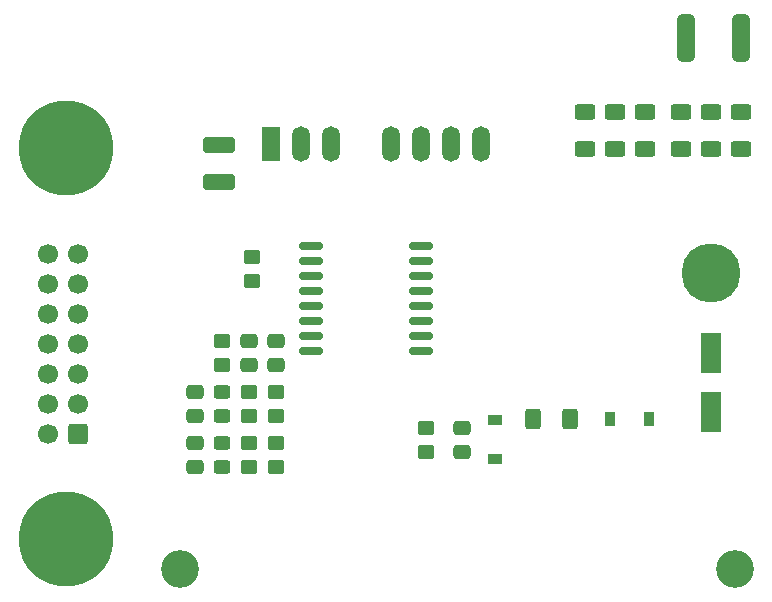
<source format=gbr>
%TF.GenerationSoftware,KiCad,Pcbnew,(6.0.1)*%
%TF.CreationDate,2022-08-22T15:24:11+03:00*%
%TF.ProjectId,Driver_Board,44726976-6572-45f4-926f-6172642e6b69,rev?*%
%TF.SameCoordinates,Original*%
%TF.FileFunction,Soldermask,Top*%
%TF.FilePolarity,Negative*%
%FSLAX46Y46*%
G04 Gerber Fmt 4.6, Leading zero omitted, Abs format (unit mm)*
G04 Created by KiCad (PCBNEW (6.0.1)) date 2022-08-22 15:24:11*
%MOMM*%
%LPD*%
G01*
G04 APERTURE LIST*
G04 Aperture macros list*
%AMRoundRect*
0 Rectangle with rounded corners*
0 $1 Rounding radius*
0 $2 $3 $4 $5 $6 $7 $8 $9 X,Y pos of 4 corners*
0 Add a 4 corners polygon primitive as box body*
4,1,4,$2,$3,$4,$5,$6,$7,$8,$9,$2,$3,0*
0 Add four circle primitives for the rounded corners*
1,1,$1+$1,$2,$3*
1,1,$1+$1,$4,$5*
1,1,$1+$1,$6,$7*
1,1,$1+$1,$8,$9*
0 Add four rect primitives between the rounded corners*
20,1,$1+$1,$2,$3,$4,$5,0*
20,1,$1+$1,$4,$5,$6,$7,0*
20,1,$1+$1,$6,$7,$8,$9,0*
20,1,$1+$1,$8,$9,$2,$3,0*%
G04 Aperture macros list end*
%ADD10RoundRect,0.375000X-0.375000X-1.625000X0.375000X-1.625000X0.375000X1.625000X-0.375000X1.625000X0*%
%ADD11RoundRect,0.250000X-0.475000X0.337500X-0.475000X-0.337500X0.475000X-0.337500X0.475000X0.337500X0*%
%ADD12RoundRect,0.250000X0.625000X-0.400000X0.625000X0.400000X-0.625000X0.400000X-0.625000X-0.400000X0*%
%ADD13RoundRect,0.250000X0.450000X-0.350000X0.450000X0.350000X-0.450000X0.350000X-0.450000X-0.350000X0*%
%ADD14RoundRect,0.250000X-0.450000X0.350000X-0.450000X-0.350000X0.450000X-0.350000X0.450000X0.350000X0*%
%ADD15RoundRect,0.250000X0.600000X0.600000X-0.600000X0.600000X-0.600000X-0.600000X0.600000X-0.600000X0*%
%ADD16C,1.700000*%
%ADD17C,8.000000*%
%ADD18RoundRect,0.250000X1.100000X-0.412500X1.100000X0.412500X-1.100000X0.412500X-1.100000X-0.412500X0*%
%ADD19C,5.000000*%
%ADD20RoundRect,0.250000X0.475000X-0.337500X0.475000X0.337500X-0.475000X0.337500X-0.475000X-0.337500X0*%
%ADD21RoundRect,0.250000X0.450000X-0.325000X0.450000X0.325000X-0.450000X0.325000X-0.450000X-0.325000X0*%
%ADD22R,1.800000X3.500000*%
%ADD23C,3.200000*%
%ADD24R,1.200000X0.900000*%
%ADD25R,1.500000X3.000000*%
%ADD26O,1.500000X3.000000*%
%ADD27RoundRect,0.150000X-0.875000X-0.150000X0.875000X-0.150000X0.875000X0.150000X-0.875000X0.150000X0*%
%ADD28R,0.900000X1.200000*%
%ADD29RoundRect,0.250000X-0.400000X-0.625000X0.400000X-0.625000X0.400000X0.625000X-0.400000X0.625000X0*%
%ADD30RoundRect,0.250000X-0.450000X0.325000X-0.450000X-0.325000X0.450000X-0.325000X0.450000X0.325000X0*%
G04 APERTURE END LIST*
D10*
%TO.C,J3*%
X116504000Y-52070000D03*
X121204000Y-52070000D03*
%TD*%
D11*
%TO.C,C3*%
X97536000Y-85068500D03*
X97536000Y-87143500D03*
%TD*%
D12*
%TO.C,R8*%
X121158000Y-61468000D03*
X121158000Y-58368000D03*
%TD*%
D13*
%TO.C,R13*%
X79502000Y-88376000D03*
X79502000Y-86376000D03*
%TD*%
D12*
%TO.C,R7*%
X113030000Y-61468000D03*
X113030000Y-58368000D03*
%TD*%
D14*
%TO.C,R14*%
X79502000Y-82079500D03*
X79502000Y-84079500D03*
%TD*%
D15*
%TO.C,J1*%
X65014500Y-85598000D03*
D16*
X62474500Y-85598000D03*
X65014500Y-83058000D03*
X62474500Y-83058000D03*
X65014500Y-80518000D03*
X62474500Y-80518000D03*
X65014500Y-77978000D03*
X62474500Y-77978000D03*
X65014500Y-75438000D03*
X62474500Y-75438000D03*
X65014500Y-72898000D03*
X62474500Y-72898000D03*
X65014500Y-70358000D03*
X62474500Y-70358000D03*
D17*
X63994500Y-61418000D03*
X63994500Y-94538000D03*
%TD*%
D18*
%TO.C,C6*%
X76962000Y-64300500D03*
X76962000Y-61175500D03*
%TD*%
D19*
%TO.C,J4*%
X118618000Y-72027000D03*
%TD*%
D20*
%TO.C,C7*%
X79502000Y-79777500D03*
X79502000Y-77702500D03*
%TD*%
D21*
%TO.C,D7*%
X77216000Y-88401000D03*
X77216000Y-86351000D03*
%TD*%
D12*
%TO.C,R5*%
X116078000Y-61468000D03*
X116078000Y-58368000D03*
%TD*%
D22*
%TO.C,D6*%
X118618000Y-78780000D03*
X118618000Y-83780000D03*
%TD*%
D23*
%TO.C,H3*%
X73660000Y-97028000D03*
%TD*%
D24*
%TO.C,D3*%
X100330000Y-84456000D03*
X100330000Y-87756000D03*
%TD*%
D14*
%TO.C,R2*%
X81788000Y-86376000D03*
X81788000Y-88376000D03*
%TD*%
D20*
%TO.C,C1*%
X81788000Y-79777500D03*
X81788000Y-77702500D03*
%TD*%
%TO.C,C4*%
X74930000Y-88413500D03*
X74930000Y-86338500D03*
%TD*%
D14*
%TO.C,R10*%
X79756000Y-70628000D03*
X79756000Y-72628000D03*
%TD*%
D11*
%TO.C,C5*%
X74930000Y-82042000D03*
X74930000Y-84117000D03*
%TD*%
D12*
%TO.C,R4*%
X110490000Y-61468000D03*
X110490000Y-58368000D03*
%TD*%
D25*
%TO.C,U1*%
X81412500Y-61084000D03*
D26*
X83952500Y-61084000D03*
X86492500Y-61084000D03*
X91572500Y-61084000D03*
X94112500Y-61084000D03*
X96652500Y-61084000D03*
X99192500Y-61084000D03*
%TD*%
D27*
%TO.C,D1*%
X84758000Y-69723000D03*
X84758000Y-70993000D03*
X84758000Y-72263000D03*
X84758000Y-73533000D03*
X84758000Y-74803000D03*
X84758000Y-76073000D03*
X84758000Y-77343000D03*
X84758000Y-78613000D03*
X94058000Y-78613000D03*
X94058000Y-77343000D03*
X94058000Y-76073000D03*
X94058000Y-74803000D03*
X94058000Y-73533000D03*
X94058000Y-72263000D03*
X94058000Y-70993000D03*
X94058000Y-69723000D03*
%TD*%
D28*
%TO.C,D4*%
X110110000Y-84328000D03*
X113410000Y-84328000D03*
%TD*%
D12*
%TO.C,R9*%
X118618000Y-61468000D03*
X118618000Y-58368000D03*
%TD*%
D29*
%TO.C,R3*%
X103606000Y-84328000D03*
X106706000Y-84328000D03*
%TD*%
D14*
%TO.C,R15*%
X94488000Y-85106000D03*
X94488000Y-87106000D03*
%TD*%
D30*
%TO.C,D8*%
X77216000Y-82054500D03*
X77216000Y-84104500D03*
%TD*%
D23*
%TO.C,H1*%
X120650000Y-97028000D03*
%TD*%
D12*
%TO.C,R6*%
X107950000Y-61468000D03*
X107950000Y-58368000D03*
%TD*%
D13*
%TO.C,R1*%
X77216000Y-79740000D03*
X77216000Y-77740000D03*
%TD*%
%TO.C,R12*%
X81788000Y-84079500D03*
X81788000Y-82079500D03*
%TD*%
M02*

</source>
